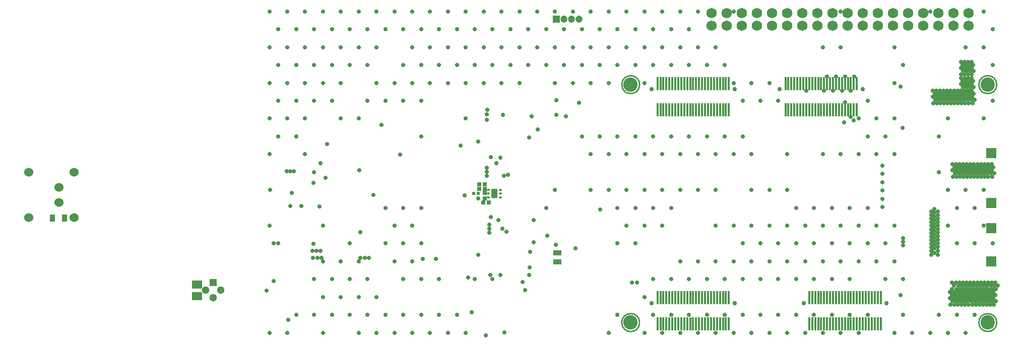
<source format=gbr>
%TF.GenerationSoftware,Altium Limited,Altium Designer,22.2.1 (43)*%
G04 Layer_Color=16711935*
%FSLAX45Y45*%
%MOMM*%
%TF.SameCoordinates,02F1B47A-F79C-4BE6-BEC0-26DF2024C161*%
%TF.FilePolarity,Negative*%
%TF.FileFunction,Soldermask,Bot*%
%TF.Part,Single*%
G01*
G75*
%TA.AperFunction,NonConductor*%
%ADD11C,0.25400*%
%TA.AperFunction,SMDPad,CuDef*%
%ADD22R,1.35000X0.95000*%
%TA.AperFunction,ComponentPad*%
%ADD71R,1.30000X1.30000*%
%ADD72C,1.30000*%
%TA.AperFunction,ViaPad*%
%ADD74C,0.50000*%
%TA.AperFunction,SMDPad,CuDef*%
%ADD76R,0.52000X0.52000*%
G04:AMPARAMS|DCode=78|XSize=1mm|YSize=1.6mm|CornerRadius=0.05mm|HoleSize=0mm|Usage=FLASHONLY|Rotation=180.000|XOffset=0mm|YOffset=0mm|HoleType=Round|Shape=RoundedRectangle|*
%AMROUNDEDRECTD78*
21,1,1.00000,1.50000,0,0,180.0*
21,1,0.90000,1.60000,0,0,180.0*
1,1,0.10000,-0.45000,0.75000*
1,1,0.10000,0.45000,0.75000*
1,1,0.10000,0.45000,-0.75000*
1,1,0.10000,-0.45000,-0.75000*
%
%ADD78ROUNDEDRECTD78*%
G04:AMPARAMS|DCode=79|XSize=0.45mm|YSize=0.3mm|CornerRadius=0.0495mm|HoleSize=0mm|Usage=FLASHONLY|Rotation=180.000|XOffset=0mm|YOffset=0mm|HoleType=Round|Shape=RoundedRectangle|*
%AMROUNDEDRECTD79*
21,1,0.45000,0.20100,0,0,180.0*
21,1,0.35100,0.30000,0,0,180.0*
1,1,0.09900,-0.17550,0.10050*
1,1,0.09900,0.17550,0.10050*
1,1,0.09900,0.17550,-0.10050*
1,1,0.09900,-0.17550,-0.10050*
%
%ADD79ROUNDEDRECTD79*%
%ADD80R,0.95620X1.20620*%
%ADD85R,0.75320X0.75320*%
%ADD86R,0.75320X0.75320*%
%ADD87R,0.45314X2.20320*%
%ADD88R,1.65320X1.40320*%
%TA.AperFunction,ComponentPad*%
%ADD89R,1.20320X1.20320*%
%ADD90C,1.20320*%
%TA.AperFunction,ViaPad*%
%ADD91C,1.72720*%
%TA.AperFunction,ComponentPad*%
%ADD92R,1.70320X1.70320*%
%ADD93C,2.40309*%
%ADD94C,0.75311*%
%ADD95C,1.52400*%
%TA.AperFunction,ViaPad*%
%ADD96C,0.70320*%
D11*
X17720006Y8969985D02*
G03*
X17720006Y8969985I-150012J0D01*
G01*
X17720007Y12969978D02*
G03*
X17720007Y12969978I-150012J0D01*
G01*
X11720018D02*
G03*
X11720018Y12969978I-150012J0D01*
G01*
X11720018Y8969986D02*
G03*
X11720018Y8969986I-150012J0D01*
G01*
D22*
X10340000Y10140000D02*
D03*
Y9990000D02*
D03*
D71*
X4557594Y9639189D02*
D03*
D72*
X4557594Y9385190D02*
D03*
X4684594Y9512190D02*
D03*
X4430594D02*
D03*
D74*
X9280000Y11085000D02*
D03*
Y11195000D02*
D03*
D76*
X8930000Y11140000D02*
D03*
X9010000D02*
D03*
D78*
X9280000D02*
D03*
D79*
X9182500Y11205000D02*
D03*
Y11140000D02*
D03*
Y11075000D02*
D03*
X9377500D02*
D03*
Y11140000D02*
D03*
Y11205000D02*
D03*
D80*
X1855600Y10730000D02*
D03*
X2060600D02*
D03*
D85*
X9115000Y11220000D02*
D03*
X9025000D02*
D03*
X9115000Y11290000D02*
D03*
X9025000D02*
D03*
X9183325Y10988109D02*
D03*
X9093324D02*
D03*
D86*
X9120000Y11060000D02*
D03*
Y11150000D02*
D03*
D87*
X12620017Y8949996D02*
D03*
X12570004Y8949996D02*
D03*
X12520017D02*
D03*
X12470004Y8949996D02*
D03*
X12420017Y8949996D02*
D03*
X12370004D02*
D03*
X12320017D02*
D03*
X12270004D02*
D03*
X12220017D02*
D03*
X12170005D02*
D03*
X12120018D02*
D03*
X12070005Y8949996D02*
D03*
X12020018Y8949996D02*
D03*
X12670004D02*
D03*
X12720016D02*
D03*
X12770003Y8949996D02*
D03*
X12820016Y8949996D02*
D03*
X12870004Y8949996D02*
D03*
X12920016Y8949996D02*
D03*
X12970003Y8949996D02*
D03*
X13020015D02*
D03*
X13070003Y8949996D02*
D03*
X13120016Y8949996D02*
D03*
X13170003Y8949996D02*
D03*
X13220016D02*
D03*
X12620017Y9390000D02*
D03*
X12670004Y9390000D02*
D03*
X12720016Y9390000D02*
D03*
X12770003D02*
D03*
X12820016D02*
D03*
X12870003D02*
D03*
X12920016D02*
D03*
X12970003D02*
D03*
X13020016D02*
D03*
X13070003D02*
D03*
X13120016D02*
D03*
X13170003D02*
D03*
X13220015Y9390000D02*
D03*
X12570004D02*
D03*
X12520017Y9390000D02*
D03*
X12470005D02*
D03*
X12420017D02*
D03*
X12370004D02*
D03*
X12320017D02*
D03*
X12270004D02*
D03*
X12220017D02*
D03*
X12170005D02*
D03*
X12120018D02*
D03*
X12070005Y9390000D02*
D03*
X12020018Y9390000D02*
D03*
X15170000Y8949996D02*
D03*
X15120012Y8949996D02*
D03*
X15070000Y8949996D02*
D03*
X15020012Y8949996D02*
D03*
X14970000Y8949996D02*
D03*
X14920012D02*
D03*
X14870000D02*
D03*
X14820013D02*
D03*
X14770000D02*
D03*
X14720012Y8949996D02*
D03*
X14670000D02*
D03*
X14620013Y8949996D02*
D03*
X14570000Y8949996D02*
D03*
X15220010Y8949996D02*
D03*
X15270000Y8949996D02*
D03*
X15320010D02*
D03*
X15370000Y8949996D02*
D03*
X15420010Y8949996D02*
D03*
X15469998D02*
D03*
X15520010D02*
D03*
X15569998D02*
D03*
X15620010D02*
D03*
X15669998D02*
D03*
X15720010D02*
D03*
X15769997Y8949996D02*
D03*
X15170000Y9390000D02*
D03*
X15220010D02*
D03*
X15270000D02*
D03*
X15320010D02*
D03*
X15370000Y9390000D02*
D03*
X15420010Y9390000D02*
D03*
X15469998D02*
D03*
X15520010D02*
D03*
X15569998D02*
D03*
X15620010D02*
D03*
X15669998D02*
D03*
X15720010D02*
D03*
X15769998D02*
D03*
X15120012D02*
D03*
X15070000D02*
D03*
X15020012D02*
D03*
X14970000D02*
D03*
X14920012Y9390000D02*
D03*
X14870000Y9390000D02*
D03*
X14820013Y9390000D02*
D03*
X14770000Y9390000D02*
D03*
X14720013D02*
D03*
X14670000D02*
D03*
X14620013D02*
D03*
X14570000D02*
D03*
X12620017Y12549989D02*
D03*
X12570004D02*
D03*
X12520017D02*
D03*
X12470004D02*
D03*
X12420017Y12549988D02*
D03*
X12370004Y12549989D02*
D03*
X12320017Y12549988D02*
D03*
X12270005Y12549989D02*
D03*
X12220017Y12549988D02*
D03*
X12170005Y12549989D02*
D03*
X12120017Y12549988D02*
D03*
X12070005Y12549989D02*
D03*
X12020018D02*
D03*
X12670003Y12549988D02*
D03*
X12720017Y12549989D02*
D03*
X12770003Y12549988D02*
D03*
X12820016Y12549989D02*
D03*
X12870004Y12549988D02*
D03*
X12920016Y12549989D02*
D03*
X12970004Y12549988D02*
D03*
X13020015Y12549989D02*
D03*
X13070003D02*
D03*
X13120016D02*
D03*
X13170003Y12549988D02*
D03*
X13220016Y12549989D02*
D03*
X12620017Y12989993D02*
D03*
X12670004D02*
D03*
X12720017D02*
D03*
X12770003D02*
D03*
X12820016D02*
D03*
X12870004Y12989993D02*
D03*
X12920016Y12989993D02*
D03*
X12970004D02*
D03*
X13020015D02*
D03*
X13070003Y12989993D02*
D03*
X13120016Y12989993D02*
D03*
X13170003Y12989993D02*
D03*
X13220016Y12989993D02*
D03*
X12570004D02*
D03*
X12520017D02*
D03*
X12470004D02*
D03*
X12420017D02*
D03*
X12370004D02*
D03*
X12320017Y12989993D02*
D03*
X12270004Y12989993D02*
D03*
X12220016D02*
D03*
X12170005D02*
D03*
X12120018Y12989993D02*
D03*
X12070005Y12989993D02*
D03*
X12020018Y12989993D02*
D03*
X14770000Y12549989D02*
D03*
X14720012D02*
D03*
X14670000Y12549988D02*
D03*
X14620012Y12549989D02*
D03*
X14570000Y12549988D02*
D03*
X14520013Y12549989D02*
D03*
X14470000Y12549988D02*
D03*
X14420013Y12549989D02*
D03*
X14370000Y12549988D02*
D03*
X14320013Y12549989D02*
D03*
X14270001D02*
D03*
X14220013D02*
D03*
X14170001D02*
D03*
X14820013D02*
D03*
X14870000Y12549988D02*
D03*
X14920012D02*
D03*
X14970000D02*
D03*
X15020012D02*
D03*
X15070000D02*
D03*
X15120012D02*
D03*
X15170000D02*
D03*
X15220012D02*
D03*
X15269998Y12549989D02*
D03*
X15320010D02*
D03*
X15370000D02*
D03*
X14770000Y12989993D02*
D03*
X14820013Y12989993D02*
D03*
X14870000Y12989993D02*
D03*
X14920012Y12989993D02*
D03*
X14969998D02*
D03*
X15020012D02*
D03*
X15070000D02*
D03*
X15120012Y12989993D02*
D03*
X15170000Y12989993D02*
D03*
X15220012D02*
D03*
X15269998D02*
D03*
X15320010Y12989993D02*
D03*
X15370000Y12989993D02*
D03*
X14720012D02*
D03*
X14670000Y12989993D02*
D03*
X14620012Y12989993D02*
D03*
X14570000Y12989993D02*
D03*
X14520013Y12989993D02*
D03*
X14470000D02*
D03*
X14420013D02*
D03*
X14370001D02*
D03*
X14320013D02*
D03*
X14270001D02*
D03*
X14220013D02*
D03*
X14170001D02*
D03*
D88*
X4287594Y9612190D02*
D03*
X4287594Y9412189D02*
D03*
D89*
X10323917Y14070567D02*
D03*
D90*
X10450918D02*
D03*
X10577917D02*
D03*
X10704917D02*
D03*
D91*
X12930000Y14170000D02*
D03*
X17249995Y14170000D02*
D03*
X16995877Y14170000D02*
D03*
X16741760D02*
D03*
X16487643D02*
D03*
X16233525D02*
D03*
X15979408D02*
D03*
X15725291D02*
D03*
X15471173D02*
D03*
X15217056D02*
D03*
X14962939D02*
D03*
X14708821D02*
D03*
X14454704D02*
D03*
X14200587D02*
D03*
X13946469D02*
D03*
X13692352D02*
D03*
X13438234D02*
D03*
X13184117D02*
D03*
Y13960001D02*
D03*
X13438234D02*
D03*
X13692352D02*
D03*
X13946469D02*
D03*
X14200587D02*
D03*
X14454704D02*
D03*
X14708821D02*
D03*
X14962939D02*
D03*
X15217056D02*
D03*
X15471173D02*
D03*
X15725291D02*
D03*
X15979408D02*
D03*
X16233525D02*
D03*
X16487643D02*
D03*
X16741760D02*
D03*
X16995877D02*
D03*
X17249995Y13960001D02*
D03*
X12930000Y13960001D02*
D03*
D92*
X17630809Y11819500D02*
D03*
Y10977555D02*
D03*
Y10559001D02*
D03*
Y9999782D02*
D03*
D93*
X17569994Y12969978D02*
D03*
X17569994Y8969985D02*
D03*
X11570006Y8969986D02*
D03*
X11570005Y12969978D02*
D03*
D94*
X11924996Y9294978D02*
D03*
X13315012Y9294979D02*
D03*
X14475005D02*
D03*
X15865019D02*
D03*
X11924997Y12894997D02*
D03*
X13315012Y12894997D02*
D03*
X14075005Y12894997D02*
D03*
X15464993Y12894997D02*
D03*
D95*
X1968100Y11240000D02*
D03*
Y10986000D02*
D03*
X2222100Y11494000D02*
D03*
X1460100D02*
D03*
Y10732000D02*
D03*
X2222100D02*
D03*
D96*
X6701013Y10001012D02*
D03*
X6362559Y10175417D02*
D03*
X6243989Y10293987D02*
D03*
X5850000Y10930000D02*
D03*
X6374582Y10057441D02*
D03*
X6224582Y10177441D02*
D03*
X6399998Y9999997D02*
D03*
X6304583Y10057441D02*
D03*
X6294582Y10177441D02*
D03*
X6234582Y10057441D02*
D03*
X9750000Y9650000D02*
D03*
X9800000Y9520000D02*
D03*
X10749997Y13299995D02*
D03*
Y13899995D02*
D03*
X9509451Y11451740D02*
D03*
X9438466Y11434726D02*
D03*
X10701012Y12668988D02*
D03*
X10320000Y12460000D02*
D03*
X9220000Y11750000D02*
D03*
X9866008Y12083984D02*
D03*
X10599997Y12999995D02*
D03*
X7599998Y10599997D02*
D03*
X6399998D02*
D03*
X6040000Y10930000D02*
D03*
X5850000Y11510000D02*
D03*
X5790000D02*
D03*
X5880000Y11150000D02*
D03*
X6340000Y10920000D02*
D03*
X17499995Y14199995D02*
D03*
X17649995Y13899995D02*
D03*
X17499995Y13599995D02*
D03*
X17649995Y13299995D02*
D03*
Y12699996D02*
D03*
X17499995Y12399996D02*
D03*
Y11199997D02*
D03*
Y10599997D02*
D03*
X17649995Y10299997D02*
D03*
X17199995Y13599995D02*
D03*
Y11199997D02*
D03*
X17349995Y10899997D02*
D03*
Y10299997D02*
D03*
Y9099997D02*
D03*
X17199995Y8799997D02*
D03*
X16899995Y12399996D02*
D03*
Y11199997D02*
D03*
X17049995Y10899997D02*
D03*
X16899995Y10599997D02*
D03*
X17049995Y10299997D02*
D03*
Y9099997D02*
D03*
X16899995Y8799997D02*
D03*
X16599995Y14199995D02*
D03*
X16749995Y12099996D02*
D03*
Y11499997D02*
D03*
Y9099997D02*
D03*
X16599995Y8799997D02*
D03*
X16299995D02*
D03*
X15999995Y13599995D02*
D03*
X16149995Y13299995D02*
D03*
X15999995Y12999995D02*
D03*
Y12399996D02*
D03*
Y11799996D02*
D03*
Y10599997D02*
D03*
Y9999997D02*
D03*
X16149995Y9699997D02*
D03*
Y9099997D02*
D03*
X15999995Y8799997D02*
D03*
X15699995Y12399996D02*
D03*
X15849995Y12099996D02*
D03*
X15699995Y11799996D02*
D03*
Y10599997D02*
D03*
X15849995Y10299997D02*
D03*
X15699995Y9999997D02*
D03*
X15849995Y9699997D02*
D03*
X15549995Y12699996D02*
D03*
X15399995Y12399996D02*
D03*
X15549995Y12099996D02*
D03*
X15399995Y11799996D02*
D03*
X15549995Y10899997D02*
D03*
X15399995Y10599997D02*
D03*
X15549995Y10299997D02*
D03*
X15399995Y9999997D02*
D03*
X15549995Y9099997D02*
D03*
X15399995Y8799997D02*
D03*
X15099995Y14199995D02*
D03*
Y13599995D02*
D03*
Y11799996D02*
D03*
X15249995Y10899997D02*
D03*
X15099995Y10599997D02*
D03*
X15249995Y10299997D02*
D03*
X15099995Y9999997D02*
D03*
X15249995Y9699997D02*
D03*
Y9099997D02*
D03*
X15099995Y8799997D02*
D03*
X14799995Y13599995D02*
D03*
Y11799996D02*
D03*
X14949995Y10899997D02*
D03*
X14799995Y10599997D02*
D03*
X14949995Y10299997D02*
D03*
X14799995Y9999997D02*
D03*
X14949995Y9699997D02*
D03*
Y9099997D02*
D03*
X14799995Y8799997D02*
D03*
X14649995Y10899997D02*
D03*
X14499995Y10599997D02*
D03*
X14649995Y10299997D02*
D03*
X14499995Y9999997D02*
D03*
X14649995Y9699997D02*
D03*
Y9099997D02*
D03*
X14499995Y8799997D02*
D03*
X14199995Y11799996D02*
D03*
Y11199997D02*
D03*
X14349995Y10899997D02*
D03*
X14199995Y10599997D02*
D03*
X14349995Y10299997D02*
D03*
X14199995Y9999997D02*
D03*
X14349995Y9699997D02*
D03*
Y9099997D02*
D03*
X14199995Y8799997D02*
D03*
X13899995Y12999995D02*
D03*
X14049995Y12699996D02*
D03*
X13899995Y11199997D02*
D03*
Y10599997D02*
D03*
X14049995Y10299997D02*
D03*
X13899995Y9999997D02*
D03*
X14049995Y9699997D02*
D03*
Y9099997D02*
D03*
X13899995Y8799997D02*
D03*
X13599995Y12999995D02*
D03*
X13749995Y12699996D02*
D03*
X13599995Y11799996D02*
D03*
Y11199997D02*
D03*
Y10599997D02*
D03*
X13749995Y10299997D02*
D03*
X13599995Y9999997D02*
D03*
X13749995Y9699997D02*
D03*
Y9099997D02*
D03*
X13599995Y8799997D02*
D03*
X13299995Y14199995D02*
D03*
Y12999995D02*
D03*
X13449995Y12699996D02*
D03*
Y12099996D02*
D03*
X13299995Y11799996D02*
D03*
Y10599997D02*
D03*
X13449995Y10299997D02*
D03*
X13299995Y9999997D02*
D03*
X13449995Y9699997D02*
D03*
Y9099997D02*
D03*
X13299995Y8799997D02*
D03*
X12999995Y13599995D02*
D03*
X13149995Y13299995D02*
D03*
Y12099996D02*
D03*
X12999995Y11799996D02*
D03*
Y11199997D02*
D03*
Y10599997D02*
D03*
Y9999997D02*
D03*
X13149995Y9699997D02*
D03*
Y9099997D02*
D03*
X12999995Y8799997D02*
D03*
X12699996Y14199995D02*
D03*
Y13599995D02*
D03*
X12849995Y13299995D02*
D03*
Y12099996D02*
D03*
X12699996Y11799996D02*
D03*
Y11199997D02*
D03*
Y9999997D02*
D03*
X12849995Y9699997D02*
D03*
Y9099997D02*
D03*
X12699996Y8799997D02*
D03*
X12399996Y14199995D02*
D03*
X12549996Y13899995D02*
D03*
X12399996Y13599995D02*
D03*
X12549996Y13299995D02*
D03*
Y12099996D02*
D03*
X12399996Y11799996D02*
D03*
Y11199997D02*
D03*
Y9999997D02*
D03*
X12549996Y9699997D02*
D03*
Y9099997D02*
D03*
X12399996Y8799997D02*
D03*
X12099996Y14199995D02*
D03*
X12249996Y13899995D02*
D03*
X12099996Y13599995D02*
D03*
X12249996Y13299995D02*
D03*
Y12099996D02*
D03*
X12099996Y11799996D02*
D03*
Y11199997D02*
D03*
X12249996Y10899997D02*
D03*
X12099996Y10599997D02*
D03*
X12249996Y9699997D02*
D03*
Y9099997D02*
D03*
X12099996Y8799997D02*
D03*
X11799996Y14199995D02*
D03*
X11949996Y13899995D02*
D03*
X11799996Y13599995D02*
D03*
X11949996Y13299995D02*
D03*
X11799996Y12999995D02*
D03*
X11949996Y12099996D02*
D03*
X11799996Y11799996D02*
D03*
Y11199997D02*
D03*
X11949996Y10899997D02*
D03*
X11799996Y10599997D02*
D03*
X11949996Y9699997D02*
D03*
X11799996Y9399997D02*
D03*
X11949996Y9099997D02*
D03*
X11799996Y8799997D02*
D03*
X11499997Y14199995D02*
D03*
X11649997Y13899995D02*
D03*
X11499997Y13599995D02*
D03*
X11649997Y13299995D02*
D03*
Y12099996D02*
D03*
X11499997Y11799996D02*
D03*
Y11199997D02*
D03*
X11649997Y10899997D02*
D03*
X11499997Y10599997D02*
D03*
X11649997Y10299997D02*
D03*
X11199997Y14199995D02*
D03*
X11349997Y13899995D02*
D03*
X11199997Y13599995D02*
D03*
X11349997Y13299995D02*
D03*
X11199997Y12999995D02*
D03*
X11349997Y12099996D02*
D03*
X11199997Y11799996D02*
D03*
Y11199997D02*
D03*
X11349997Y10899997D02*
D03*
Y10299997D02*
D03*
Y9099997D02*
D03*
X11199997Y8799997D02*
D03*
X10899997Y14199995D02*
D03*
X11049997Y13899995D02*
D03*
X10899997Y13599995D02*
D03*
X11049997Y13299995D02*
D03*
X10899997Y12999995D02*
D03*
X11049997Y12099996D02*
D03*
X10899997Y11799996D02*
D03*
Y11199997D02*
D03*
X10599997Y14199995D02*
D03*
Y13599995D02*
D03*
X10749997Y12099996D02*
D03*
X10299997Y14199995D02*
D03*
X10449997Y13899995D02*
D03*
X10299997Y13599995D02*
D03*
X10449997Y13299995D02*
D03*
X10299997Y12999995D02*
D03*
Y11199997D02*
D03*
X9999997Y14199995D02*
D03*
X10149997Y13899995D02*
D03*
X9999997Y13599995D02*
D03*
X10149997Y13299995D02*
D03*
Y10899997D02*
D03*
X9699997Y14199995D02*
D03*
X9849997Y13899995D02*
D03*
X9699997Y13599995D02*
D03*
X9849997Y13299995D02*
D03*
X9699997Y12999995D02*
D03*
X9399997Y14199995D02*
D03*
X9549997Y13899995D02*
D03*
X9399997Y13599995D02*
D03*
X9549997Y13299995D02*
D03*
X9399997Y12999995D02*
D03*
X9099997Y14199995D02*
D03*
X9249997Y13899995D02*
D03*
X9099997Y13599995D02*
D03*
X9249997Y13299995D02*
D03*
X9099997Y12999995D02*
D03*
X9249997Y9699997D02*
D03*
X8799997Y14199995D02*
D03*
X8949997Y13899995D02*
D03*
X8799997Y13599995D02*
D03*
X8949997Y13299995D02*
D03*
X8799997Y12999995D02*
D03*
Y12399996D02*
D03*
X8949997Y9699997D02*
D03*
X8799997Y8799997D02*
D03*
X8499997Y14199995D02*
D03*
X8649997Y13899995D02*
D03*
X8499997Y13599995D02*
D03*
X8649997Y13299995D02*
D03*
X8499997Y12999995D02*
D03*
X8649997Y9099997D02*
D03*
X8499997Y8799997D02*
D03*
X8199998Y14199995D02*
D03*
X8349998Y13899995D02*
D03*
X8199998Y13599995D02*
D03*
X8349998Y13299995D02*
D03*
X8199998Y12999995D02*
D03*
X8349998Y9699997D02*
D03*
Y9099997D02*
D03*
X8199998Y8799997D02*
D03*
X7899998Y14199995D02*
D03*
X8049998Y13899995D02*
D03*
X7899998Y13599995D02*
D03*
X8049998Y13299995D02*
D03*
X7899998Y12999995D02*
D03*
X8049998Y12699996D02*
D03*
Y12099996D02*
D03*
Y10899997D02*
D03*
X7899998Y10599997D02*
D03*
X8049998Y10299997D02*
D03*
X7899998Y9999997D02*
D03*
X8049998Y9699997D02*
D03*
Y9099997D02*
D03*
X7899998Y8799997D02*
D03*
X7599998Y14199995D02*
D03*
X7749998Y13899995D02*
D03*
Y13299995D02*
D03*
X7599998Y12999995D02*
D03*
X7749998Y12699996D02*
D03*
Y10899997D02*
D03*
Y10299997D02*
D03*
X7599998Y9999997D02*
D03*
X7749998Y9699997D02*
D03*
Y9099997D02*
D03*
X7599998Y8799997D02*
D03*
X7299998Y14199995D02*
D03*
X7449998Y13899995D02*
D03*
X7299998Y13599995D02*
D03*
Y12999995D02*
D03*
X7449998Y12699996D02*
D03*
Y10899997D02*
D03*
Y10299997D02*
D03*
X7299998Y9399997D02*
D03*
X7449998Y9099997D02*
D03*
X7299998Y8799997D02*
D03*
X6999998Y14199995D02*
D03*
X7149998Y13899995D02*
D03*
X6999998Y13599995D02*
D03*
X7149998Y13299995D02*
D03*
Y12699996D02*
D03*
X6999998Y12399996D02*
D03*
Y9999997D02*
D03*
X7149998Y9699997D02*
D03*
X6999998Y9399997D02*
D03*
X7149998Y9099997D02*
D03*
X6999998Y8799997D02*
D03*
X6699998Y14199995D02*
D03*
X6849998Y13899995D02*
D03*
X6699998Y13599995D02*
D03*
X6849998Y13299995D02*
D03*
X6699998Y12999995D02*
D03*
Y12399996D02*
D03*
X6849998Y10299997D02*
D03*
Y9699997D02*
D03*
X6699998Y9399997D02*
D03*
X6849998Y9099997D02*
D03*
X6399998Y14199995D02*
D03*
X6549998Y13899995D02*
D03*
X6399998Y13599995D02*
D03*
X6549998Y13299995D02*
D03*
X6399998Y12999995D02*
D03*
X6549998Y12699996D02*
D03*
Y9699997D02*
D03*
X6399998Y9399997D02*
D03*
X6549998Y9099997D02*
D03*
X6399998Y8799997D02*
D03*
X6099998Y14199995D02*
D03*
X6249998Y13899995D02*
D03*
X6099998Y13599995D02*
D03*
X6249998Y13299995D02*
D03*
X6099998Y12999995D02*
D03*
X6249998Y12699996D02*
D03*
X6099998Y12399996D02*
D03*
Y11799996D02*
D03*
X6249998Y11499997D02*
D03*
Y9699997D02*
D03*
Y9099997D02*
D03*
X5799998Y14199995D02*
D03*
X5949998Y13899995D02*
D03*
X5799998Y13599995D02*
D03*
X5949998Y13299995D02*
D03*
X5799998Y12999995D02*
D03*
X5949998Y12699996D02*
D03*
X5799998Y12399996D02*
D03*
X5949998Y12099996D02*
D03*
Y9099997D02*
D03*
X5799998Y8799997D02*
D03*
X5499998Y14199995D02*
D03*
X5649998Y13899995D02*
D03*
X5499998Y13599995D02*
D03*
X5649998Y13299995D02*
D03*
X5499998Y12999995D02*
D03*
X5649998Y12699996D02*
D03*
X5499998Y12399996D02*
D03*
X5649998Y12099996D02*
D03*
X5499998Y11799996D02*
D03*
Y10599997D02*
D03*
X5649998Y10299997D02*
D03*
X5499998Y8799997D02*
D03*
X10320000Y12710000D02*
D03*
X9152012Y12470012D02*
D03*
X9162505Y12544907D02*
D03*
X7385000Y12292500D02*
D03*
X9195700Y10550000D02*
D03*
Y10478685D02*
D03*
X9479935Y10498000D02*
D03*
X10170000Y10430000D02*
D03*
X5510000Y11200000D02*
D03*
X6240000Y11320000D02*
D03*
X10480000Y12440000D02*
D03*
X5912513Y11510679D02*
D03*
X9384300Y11740000D02*
D03*
X9910000Y12440000D02*
D03*
X9420417Y12462638D02*
D03*
X9310000Y11650000D02*
D03*
X6440000Y11400000D02*
D03*
X7025947Y10486686D02*
D03*
X6360000Y11650000D02*
D03*
X7030000Y10060000D02*
D03*
X7170000D02*
D03*
X7100000D02*
D03*
X7695700Y11790000D02*
D03*
X14870000Y13110001D02*
D03*
X15325700Y13104300D02*
D03*
X15267654Y12872346D02*
D03*
X15152315Y12337685D02*
D03*
X11590000Y9640000D02*
D03*
X11680000D02*
D03*
X15800000Y10910000D02*
D03*
Y11050000D02*
D03*
Y11190000D02*
D03*
X8900000Y9140000D02*
D03*
X8779122Y11106636D02*
D03*
X8710000Y11950000D02*
D03*
X9010000Y10109371D02*
D03*
X9220000Y10740000D02*
D03*
X8300000Y10040000D02*
D03*
X8080000Y10040000D02*
D03*
X7010000Y11530000D02*
D03*
X5450000Y9510000D02*
D03*
X5574905Y9669434D02*
D03*
X9450000Y8808000D02*
D03*
X9140000Y8750000D02*
D03*
X5814237Y9014237D02*
D03*
X9380000Y9770000D02*
D03*
X9210000D02*
D03*
X9350000Y10690000D02*
D03*
X8840000Y9730000D02*
D03*
X9940000Y10690000D02*
D03*
X16139999Y12240000D02*
D03*
X16100000Y12939999D02*
D03*
Y9430000D02*
D03*
X11060000Y10870000D02*
D03*
X10310000Y10280000D02*
D03*
X9940000Y10320000D02*
D03*
X16150000Y10390000D02*
D03*
Y10330000D02*
D03*
Y10270000D02*
D03*
X5570000Y10307500D02*
D03*
X15800000Y11330000D02*
D03*
Y11470000D02*
D03*
Y11610000D02*
D03*
X6470000Y11970000D02*
D03*
X7250000Y11120000D02*
D03*
X16730000Y10110000D02*
D03*
Y10180000D02*
D03*
Y10240000D02*
D03*
Y10300000D02*
D03*
X16730305Y10360801D02*
D03*
Y10420801D02*
D03*
Y10480801D02*
D03*
Y10540801D02*
D03*
Y10600801D02*
D03*
X16669843Y10635888D02*
D03*
Y10575888D02*
D03*
Y10515888D02*
D03*
Y10455888D02*
D03*
Y10395888D02*
D03*
X16669537Y10335087D02*
D03*
Y10275087D02*
D03*
Y10215087D02*
D03*
Y10145087D02*
D03*
X16619843Y10595888D02*
D03*
Y10535888D02*
D03*
Y10475888D02*
D03*
Y10415888D02*
D03*
Y10355888D02*
D03*
X16619537Y10295087D02*
D03*
Y10235087D02*
D03*
Y10175087D02*
D03*
Y10105087D02*
D03*
X16620511Y10655954D02*
D03*
Y10715954D02*
D03*
Y10775954D02*
D03*
Y10835954D02*
D03*
X16670511Y10695954D02*
D03*
Y10755954D02*
D03*
Y10815954D02*
D03*
Y10875954D02*
D03*
X16730974Y10840867D02*
D03*
Y10780867D02*
D03*
Y10720867D02*
D03*
Y10660867D02*
D03*
X16970000Y9530000D02*
D03*
X17039999D02*
D03*
X17100000D02*
D03*
X17160001D02*
D03*
X17220801Y9529695D02*
D03*
X17280801D02*
D03*
X17340800D02*
D03*
X17400801D02*
D03*
X17460802D02*
D03*
X17495888Y9590157D02*
D03*
X17435889D02*
D03*
X17375888D02*
D03*
X17315887D02*
D03*
X17255888D02*
D03*
X17195087Y9590463D02*
D03*
X17135088D02*
D03*
X17075087D02*
D03*
X17005087D02*
D03*
X17455888Y9640157D02*
D03*
X17395888D02*
D03*
X17335889D02*
D03*
X17275888D02*
D03*
X17215887D02*
D03*
X17155087Y9640463D02*
D03*
X17095087D02*
D03*
X17035088D02*
D03*
X16965086D02*
D03*
X17515955Y9639489D02*
D03*
X17575954D02*
D03*
X17635954D02*
D03*
X17695953D02*
D03*
X17555954Y9589489D02*
D03*
X17615955D02*
D03*
X17675954D02*
D03*
X17735954D02*
D03*
X17700867Y9529026D02*
D03*
X17640868D02*
D03*
X17580867D02*
D03*
X17520866D02*
D03*
X16650867Y12659026D02*
D03*
X16710867D02*
D03*
X16770866D02*
D03*
X16830867D02*
D03*
X16865955Y12719489D02*
D03*
X16805954D02*
D03*
X16745953D02*
D03*
X16685954D02*
D03*
X16825954Y12769489D02*
D03*
X16765955D02*
D03*
X16705954D02*
D03*
X16645953D02*
D03*
X16855954Y12819489D02*
D03*
X16795953D02*
D03*
X16735954D02*
D03*
X16675954D02*
D03*
X16825954Y12869489D02*
D03*
X16765955D02*
D03*
X16705954D02*
D03*
X16645953D02*
D03*
X16890868Y12659026D02*
D03*
X16950867D02*
D03*
X17010867D02*
D03*
X17070866D02*
D03*
X17105954Y12719489D02*
D03*
X17045953D02*
D03*
X16985954D02*
D03*
X16925954D02*
D03*
X17065955Y12769489D02*
D03*
X17005954D02*
D03*
X16945953D02*
D03*
X16885954D02*
D03*
X17095953Y12819489D02*
D03*
X17035954D02*
D03*
X16975954D02*
D03*
X16915955D02*
D03*
X17065955Y12869489D02*
D03*
X17005954D02*
D03*
X16945953D02*
D03*
X16885954D02*
D03*
X17130867Y12659026D02*
D03*
X17190868D02*
D03*
X17250867D02*
D03*
X17310867D02*
D03*
X17345953Y12719489D02*
D03*
X17285954D02*
D03*
X17225954D02*
D03*
X17165955D02*
D03*
X17305954Y12769489D02*
D03*
X17245953D02*
D03*
X17185954D02*
D03*
X17125954D02*
D03*
X17335954Y12819489D02*
D03*
X17275954D02*
D03*
X17215955D02*
D03*
X17155954D02*
D03*
X17120866Y12869026D02*
D03*
X17180867D02*
D03*
X17240868D02*
D03*
X17300867D02*
D03*
X17335954Y12929489D02*
D03*
X17275954D02*
D03*
X17215955D02*
D03*
X17155954D02*
D03*
X17295953Y12979489D02*
D03*
X17235954D02*
D03*
X17175954D02*
D03*
X17115955D02*
D03*
X17325954Y13029489D02*
D03*
X17265955D02*
D03*
X17205954D02*
D03*
X17145953D02*
D03*
X17295953Y13079489D02*
D03*
X17235954D02*
D03*
X17175954D02*
D03*
X17115955D02*
D03*
X17120866Y13139026D02*
D03*
X17180867D02*
D03*
X17240868D02*
D03*
X17300867D02*
D03*
X17335954Y13199489D02*
D03*
X17275954D02*
D03*
X17215955D02*
D03*
X17155954D02*
D03*
X17295953Y13249489D02*
D03*
X17235954D02*
D03*
X17175954D02*
D03*
X17115955D02*
D03*
X17325954Y13299489D02*
D03*
X17265955D02*
D03*
X17205954D02*
D03*
X17145953D02*
D03*
X17295953Y13349489D02*
D03*
X17235954D02*
D03*
X17175954D02*
D03*
X17115955D02*
D03*
X17460867Y11419026D02*
D03*
X17520866D02*
D03*
X17580867D02*
D03*
X17640868D02*
D03*
X17675954Y11479489D02*
D03*
X17615955D02*
D03*
X17555954D02*
D03*
X17495953D02*
D03*
X17635954Y11529489D02*
D03*
X17575954D02*
D03*
X17515955D02*
D03*
X17455954D02*
D03*
X17665955Y11579489D02*
D03*
X17605954D02*
D03*
X17545953D02*
D03*
X17485954D02*
D03*
X17635954Y11629489D02*
D03*
X17575954D02*
D03*
X17515955D02*
D03*
X17455954D02*
D03*
X17220866Y11419026D02*
D03*
X17280867D02*
D03*
X17340868D02*
D03*
X17400867D02*
D03*
X17435954Y11479489D02*
D03*
X17375954D02*
D03*
X17315955D02*
D03*
X17255954D02*
D03*
X17395953Y11529489D02*
D03*
X17335954D02*
D03*
X17275954D02*
D03*
X17215955D02*
D03*
X17425954Y11579489D02*
D03*
X17365955D02*
D03*
X17305954D02*
D03*
X17245953D02*
D03*
X17395953Y11629489D02*
D03*
X17335954D02*
D03*
X17275954D02*
D03*
X17215955D02*
D03*
X16980867Y11419026D02*
D03*
X17040868D02*
D03*
X17100867D02*
D03*
X17160867D02*
D03*
X17195953Y11479489D02*
D03*
X17135954D02*
D03*
X17075954D02*
D03*
X17015955D02*
D03*
X17155954Y11529489D02*
D03*
X17095953D02*
D03*
X17035954D02*
D03*
X16975954D02*
D03*
X17185954Y11579489D02*
D03*
X17125954D02*
D03*
X17065955D02*
D03*
X17005954D02*
D03*
X17155954Y11629489D02*
D03*
X17095953D02*
D03*
X17035954D02*
D03*
X16975954D02*
D03*
X17490868Y9269026D02*
D03*
X17550867D02*
D03*
X17610867D02*
D03*
X17670866D02*
D03*
X17705954Y9329489D02*
D03*
X17645953D02*
D03*
X17585954D02*
D03*
X17525954D02*
D03*
X17665955Y9379489D02*
D03*
X17605954D02*
D03*
X17545953D02*
D03*
X17485954D02*
D03*
X17695953Y9429489D02*
D03*
X17635954D02*
D03*
X17575954D02*
D03*
X17515955D02*
D03*
X17665955Y9479489D02*
D03*
X17605954D02*
D03*
X17545953D02*
D03*
X17485954D02*
D03*
X16935088Y9480463D02*
D03*
X17005087D02*
D03*
X17065086D02*
D03*
X17125087D02*
D03*
X17185889Y9480157D02*
D03*
X17245888D02*
D03*
X17305888D02*
D03*
X17365887D02*
D03*
X17425888D02*
D03*
X16965086Y9430463D02*
D03*
X17035088D02*
D03*
X17095087D02*
D03*
X17155087D02*
D03*
X17215887Y9430157D02*
D03*
X17275888D02*
D03*
X17335889D02*
D03*
X17395888D02*
D03*
X17455888D02*
D03*
X16935088Y9380463D02*
D03*
X17005087D02*
D03*
X17065086D02*
D03*
X17125087D02*
D03*
X17185889Y9380157D02*
D03*
X17245888D02*
D03*
X17305888D02*
D03*
X17365887D02*
D03*
X17425888D02*
D03*
X16975087Y9330463D02*
D03*
X17045087D02*
D03*
X17105087D02*
D03*
X17165086D02*
D03*
X17225888Y9330157D02*
D03*
X17285889D02*
D03*
X17345888D02*
D03*
X17405888D02*
D03*
X17465887D02*
D03*
X17430801Y9269695D02*
D03*
X17370801D02*
D03*
X17310802D02*
D03*
X17250801D02*
D03*
X17190800D02*
D03*
X17130000Y9270000D02*
D03*
X17070000D02*
D03*
X17010001D02*
D03*
X16939999D02*
D03*
X9880000Y10155700D02*
D03*
X10640000Y10220000D02*
D03*
X9867203Y9771433D02*
D03*
X9870000Y9900000D02*
D03*
X15320000Y12370000D02*
D03*
X14522314Y12867685D02*
D03*
X15020000Y13110001D02*
D03*
X15170000D02*
D03*
X14820000Y12870000D02*
D03*
X14970000D02*
D03*
X15120000D02*
D03*
X9195700Y10620000D02*
D03*
X9150000Y12376600D02*
D03*
X15170000Y12670000D02*
D03*
X9415874Y10548570D02*
D03*
X9150136Y11506379D02*
D03*
X9150000Y11570000D02*
D03*
X15270000Y12430000D02*
D03*
X10010000Y12220000D02*
D03*
X9150000Y11440000D02*
D03*
X9010000Y12010000D02*
D03*
Y11059686D02*
D03*
%TF.MD5,afb58553edb4523f18652074c37ad100*%
M02*

</source>
